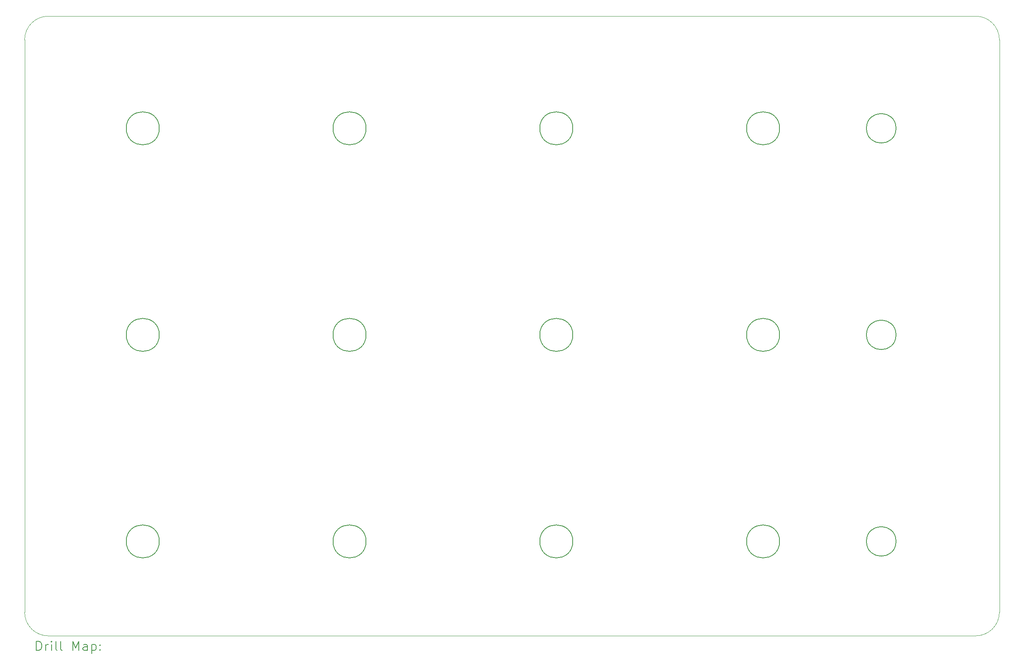
<source format=gbr>
%FSLAX45Y45*%
G04 Gerber Fmt 4.5, Leading zero omitted, Abs format (unit mm)*
G04 Created by KiCad (PCBNEW 6.0.5+dfsg-1~bpo11+1) date 2022-08-10 11:56:57*
%MOMM*%
%LPD*%
G01*
G04 APERTURE LIST*
%TA.AperFunction,Profile*%
%ADD10C,0.100000*%
%TD*%
%TA.AperFunction,Profile*%
%ADD11C,0.150000*%
%TD*%
%ADD12C,0.200000*%
G04 APERTURE END LIST*
D10*
X24638000Y-3238500D02*
G75*
G03*
X24130000Y-2730500I-508000J0D01*
G01*
X4191000Y-2730500D02*
X24130000Y-2730500D01*
X3683000Y-15557500D02*
G75*
G03*
X4191000Y-16065500I508000J0D01*
G01*
X24130000Y-16065500D02*
G75*
G03*
X24638000Y-15557500I0J508000D01*
G01*
X24638000Y-3238500D02*
X24638000Y-15557500D01*
D11*
X11023000Y-14033500D02*
G75*
G03*
X11023000Y-14033500I-355000J0D01*
G01*
D10*
X4191000Y-2730500D02*
G75*
G03*
X3683000Y-3238500I0J-508000D01*
G01*
D11*
X6578000Y-5143500D02*
G75*
G03*
X6578000Y-5143500I-355000J0D01*
G01*
X6578000Y-9588500D02*
G75*
G03*
X6578000Y-9588500I-355000J0D01*
G01*
X15468000Y-5143500D02*
G75*
G03*
X15468000Y-5143500I-355000J0D01*
G01*
X19913000Y-5143500D02*
G75*
G03*
X19913000Y-5143500I-355000J0D01*
G01*
X19913000Y-14033500D02*
G75*
G03*
X19913000Y-14033500I-355000J0D01*
G01*
X22415500Y-9588500D02*
G75*
G03*
X22415500Y-9588500I-317500J0D01*
G01*
X22415500Y-5143500D02*
G75*
G03*
X22415500Y-5143500I-317500J0D01*
G01*
D10*
X3683000Y-15557500D02*
X3683000Y-3238500D01*
X24130000Y-16065500D02*
X4191000Y-16065500D01*
D11*
X6578000Y-14033500D02*
G75*
G03*
X6578000Y-14033500I-355000J0D01*
G01*
X15468000Y-14033500D02*
G75*
G03*
X15468000Y-14033500I-355000J0D01*
G01*
X19913000Y-9588500D02*
G75*
G03*
X19913000Y-9588500I-355000J0D01*
G01*
X22415500Y-14033500D02*
G75*
G03*
X22415500Y-14033500I-317500J0D01*
G01*
X11023000Y-9588500D02*
G75*
G03*
X11023000Y-9588500I-355000J0D01*
G01*
X15468000Y-9588500D02*
G75*
G03*
X15468000Y-9588500I-355000J0D01*
G01*
X11023000Y-5143500D02*
G75*
G03*
X11023000Y-5143500I-355000J0D01*
G01*
D12*
X3935619Y-16380976D02*
X3935619Y-16180976D01*
X3983238Y-16180976D01*
X4011809Y-16190500D01*
X4030857Y-16209548D01*
X4040381Y-16228595D01*
X4049904Y-16266691D01*
X4049904Y-16295262D01*
X4040381Y-16333357D01*
X4030857Y-16352405D01*
X4011809Y-16371452D01*
X3983238Y-16380976D01*
X3935619Y-16380976D01*
X4135619Y-16380976D02*
X4135619Y-16247643D01*
X4135619Y-16285738D02*
X4145143Y-16266691D01*
X4154666Y-16257167D01*
X4173714Y-16247643D01*
X4192762Y-16247643D01*
X4259428Y-16380976D02*
X4259428Y-16247643D01*
X4259428Y-16180976D02*
X4249905Y-16190500D01*
X4259428Y-16200024D01*
X4268952Y-16190500D01*
X4259428Y-16180976D01*
X4259428Y-16200024D01*
X4383238Y-16380976D02*
X4364190Y-16371452D01*
X4354666Y-16352405D01*
X4354666Y-16180976D01*
X4488000Y-16380976D02*
X4468952Y-16371452D01*
X4459428Y-16352405D01*
X4459428Y-16180976D01*
X4716571Y-16380976D02*
X4716571Y-16180976D01*
X4783238Y-16323833D01*
X4849905Y-16180976D01*
X4849905Y-16380976D01*
X5030857Y-16380976D02*
X5030857Y-16276214D01*
X5021333Y-16257167D01*
X5002286Y-16247643D01*
X4964190Y-16247643D01*
X4945143Y-16257167D01*
X5030857Y-16371452D02*
X5011809Y-16380976D01*
X4964190Y-16380976D01*
X4945143Y-16371452D01*
X4935619Y-16352405D01*
X4935619Y-16333357D01*
X4945143Y-16314310D01*
X4964190Y-16304786D01*
X5011809Y-16304786D01*
X5030857Y-16295262D01*
X5126095Y-16247643D02*
X5126095Y-16447643D01*
X5126095Y-16257167D02*
X5145143Y-16247643D01*
X5183238Y-16247643D01*
X5202286Y-16257167D01*
X5211809Y-16266691D01*
X5221333Y-16285738D01*
X5221333Y-16342881D01*
X5211809Y-16361929D01*
X5202286Y-16371452D01*
X5183238Y-16380976D01*
X5145143Y-16380976D01*
X5126095Y-16371452D01*
X5307047Y-16361929D02*
X5316571Y-16371452D01*
X5307047Y-16380976D01*
X5297524Y-16371452D01*
X5307047Y-16361929D01*
X5307047Y-16380976D01*
X5307047Y-16257167D02*
X5316571Y-16266691D01*
X5307047Y-16276214D01*
X5297524Y-16266691D01*
X5307047Y-16257167D01*
X5307047Y-16276214D01*
M02*

</source>
